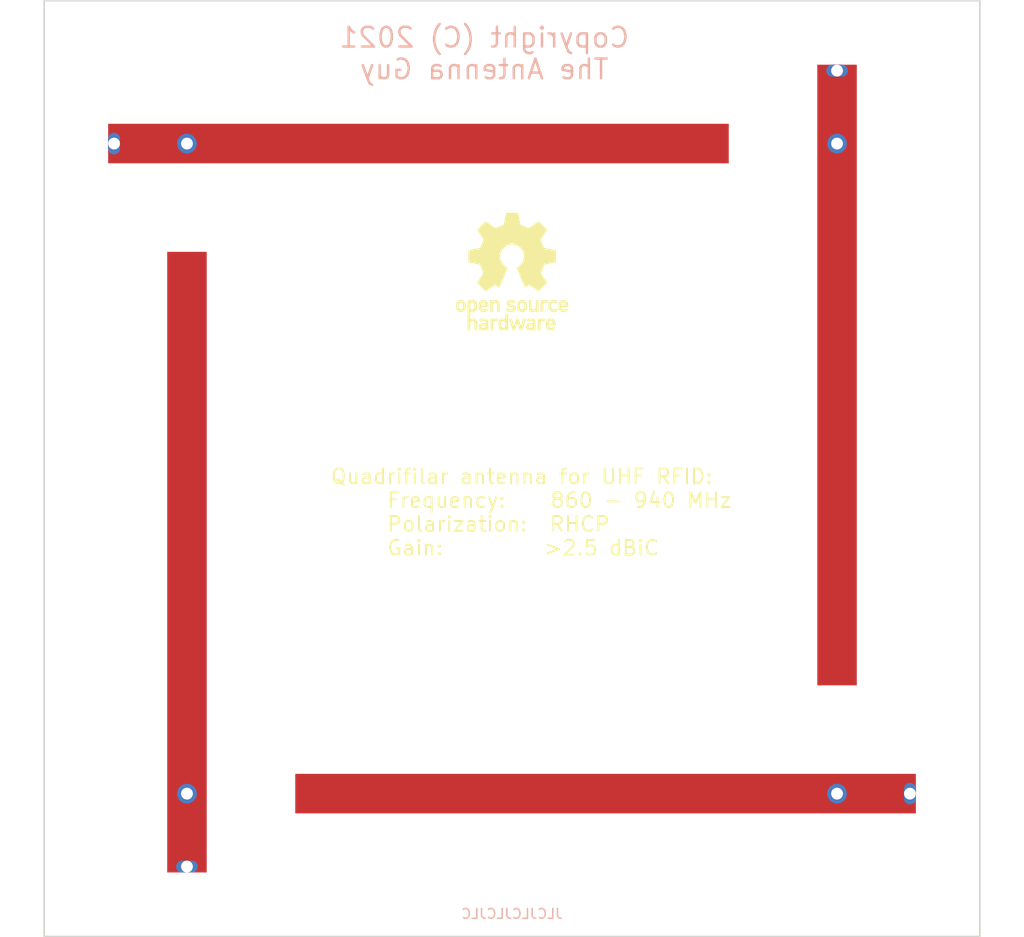
<source format=kicad_pcb>
(kicad_pcb (version 20211014) (generator pcbnew)
  (title_block (title "Quadrifilar antenna for UHF RFID - Part A") (rev "1.0") (company "The Antenna Guy"))
  (layers (0 "F.Cu" signal) (31 "B.Cu" signal) (34 "B.Paste" user) (35 "F.Paste" user) (36 "B.SilkS" user "B.Silkscreen") (37 "F.SilkS" user "F.Silkscreen") (38 "B.Mask" user) (39 "F.Mask" user) (44 "Edge.Cuts" user))
  (net 0 "")
  (net 1 "Net-(AE1-Pad4)")
  (net 2 "Net-(AE1-Pad3)")
  (net 3 "Net-(AE1-Pad2)")
  (net 4 "Net-(AE1-Pad1)")
  (net 5 "Net-(AE1-Pad8)")
  (net 6 "Net-(AE1-Pad7)")
  (net 7 "Net-(AE1-Pad6)")
  (net 8 "Net-(AE1-Pad5)")
  (footprint "Quadrifilar_antenna:radiation_elements" (layer "F.Cu") (at 168.148 92.456)
    (fp_text reference "AE1" hide)
    (fp_text value "quadrifilar_antenna")
    (fp_poly (pts (xy 40.59 34.25) (xy -22.41 34.25) (xy -22.41 30.25) (xy 40.59 30.25)) (layer "F.Cu") (width 0.01) (fill solid))
    (fp_poly (pts (xy -31.41 40.25) (xy -35.41 40.25) (xy -35.41 -22.75) (xy -31.41 -22.75)) (layer "F.Cu") (width 0.01) (fill solid))
    (fp_poly (pts (xy 34.59 21.25) (xy 30.59 21.25) (xy 30.59 -41.75) (xy 34.59 -41.75)) (layer "F.Cu") (width 0.01) (fill solid))
    (fp_poly (pts (xy 21.59 -31.75) (xy -41.41 -31.75) (xy -41.41 -35.75) (xy 21.59 -35.75)) (layer "F.Cu") (width 0.01) (fill solid))
    (pad "1" thru_hole circle locked (at -33.41 -33.75) (size 2 2) (drill 1.2) (layers *.Cu *.Mask) (net 4 "Net-(AE1-Pad1)"))
    (pad "2" thru_hole circle locked (at 32.59 -33.75) (size 2 2) (drill 1.2) (layers *.Cu *.Mask) (net 3 "Net-(AE1-Pad2)"))
    (pad "3" thru_hole circle locked (at 32.59 32.25) (size 2 2) (drill 1.2) (layers *.Cu *.Mask) (net 2 "Net-(AE1-Pad3)"))
    (pad "4" thru_hole circle locked (at -33.41 32.25) (size 2 2) (drill 1.2) (layers *.Cu *.Mask) (net 1 "Net-(AE1-Pad4)"))
    (pad "5" thru_hole oval locked (at -40.81 -33.75) (size 1.2 2.2) (drill 1.2) (layers *.Cu *.Mask) (net 8 "Net-(AE1-Pad5)"))
    (pad "6" thru_hole oval locked (at 32.59 -41.15) (size 2.2 1.2) (drill 1.2) (layers *.Cu *.Mask) (net 7 "Net-(AE1-Pad6)"))
    (pad "7" thru_hole oval locked (at 39.99 32.25) (size 1.2 2.2) (drill 1.2) (layers *.Cu *.Mask) (net 6 "Net-(AE1-Pad7)"))
    (pad "8" thru_hole oval locked (at -33.41 39.65) (size 2.2 1.2) (drill 1.2) (layers *.Cu *.Mask) (net 5 "Net-(AE1-Pad8)"))
  )
  (footprint "Symbol:OSHW-Logo_11.4x12mm_SilkScreen" (layer "F.Cu") (at 167.738 71.706)
    (fp_text reference "REF**" hide)
    (fp_text value "OSHW-Logo_11.4x12mm_SilkScreen" hide)
    (fp_poly (pts (xy -3.780091 2.90956) (xy -3.727588 2.935499) (xy -3.662842 2.9807) (xy -3.615653 3.029991) (xy -3.583335 3.091885) (xy -3.563203 3.174896) (xy -3.55257 3.287538) (xy -3.548753 3.438324) (xy -3.54853 3.503149) (xy -3.549182 3.645221) (xy -3.551888 3.746757) (xy -3.557776 3.817015) (xy -3.567973 3.865256) (xy -3.583606 3.900738) (xy -3.599872 3.924943) (xy -3.703705 4.027929) (xy -3.825979 4.089874) (xy -3.957886 4.108506) (xy -4.090616 4.081549) (xy -4.132667 4.062486) (xy -4.233334 4.010015) (xy -4.233334 4.832259) (xy -4.159865 4.794267) (xy -4.063059 4.764872) (xy -3.944072 4.757342) (xy -3.825255 4.771245) (xy -3.735527 4.802476) (xy -3.661101 4.861954) (xy -3.59751 4.947066) (xy -3.592729 4.955805) (xy -3.572563 4.996966) (xy -3.557835 5.038454) (xy -3.547697 5.088713) (xy -3.541301 5.156184) (xy -3.537799 5.249309) (xy -3.536342 5.376531) (xy -3.536079 5.519701) (xy -3.536079 5.976471) (xy -3.81 5.976471) (xy -3.81 5.134231) (xy -3.886617 5.069763) (xy -3.966207 5.018194) (xy -4.041578 5.008818) (xy -4.117367 5.032947) (xy -4.157759 5.056574) (xy -4.187821 5.090227) (xy -4.209203 5.141087) (xy -4.22355 5.216334) (xy -4.23251 5.323146) (xy -4.23773 5.468704) (xy -4.239569 5.565588) (xy -4.245785 5.96402) (xy -4.37652 5.971547) (xy -4.507255 5.979073) (xy -4.507255 3.506582) (xy -4.233334 3.506582) (xy -4.22635 3.644423) (xy -4.202818 3.740107) (xy -4.158865 3.799641) (xy -4.090618 3.829029) (xy -4.021667 3.834902) (xy -3.943614 3.828154) (xy -3.891811 3.801594) (xy -3.859417 3.766499) (xy -3.833916 3.728752) (xy -3.818735 3.6867) (xy -3.811981 3.627779) (xy -3.811759 3.539428) (xy -3.814032 3.465448) (xy -3.819251 3.354) (xy -3.827021 3.280833) (xy -3.840105 3.234422) (xy -3.861268 3.203244) (xy -3.88124 3.185223) (xy -3.964686 3.145925) (xy -4.063449 3.139579) (xy -4.120159 3.153116) (xy -4.176308 3.201233) (xy -4.213501 3.294833) (xy -4.231528 3.433254) (xy -4.233334 3.506582) (xy -4.507255 3.506582) (xy -4.507255 2.888628) (xy -4.370295 2.888628) (xy -4.288065 2.891879) (xy -4.24564 2.903426) (xy -4.233339 2.925952) (xy -4.233334 2.92662) (xy -4.227626 2.948681) (xy -4.202453 2.946176) (xy -4.152402 2.921935) (xy -4.035781 2.884851) (xy -3.904571 2.880953) (xy -3.780091 2.90956)) (layer "F.SilkS") (width 0.01) (fill solid))
    (fp_poly (pts (xy 3.563637 2.887472) (xy 3.64929 2.913641) (xy 3.704437 2.946707) (xy 3.722401 2.972855) (xy 3.717457 3.003852) (xy 3.685372 3.052547) (xy 3.658243 3.087035) (xy 3.602317 3.149383) (xy 3.560299 3.175615) (xy 3.52448 3.173903) (xy 3.418224 3.146863) (xy 3.340189 3.148091) (xy 3.27682 3.178735) (xy 3.255546 3.19667) (xy 3.187451 3.259779) (xy 3.187451 4.083922) (xy 2.913529 4.083922) (xy 2.913529 2.888628) (xy 3.05049 2.888628) (xy 3.132719 2.891879) (xy 3.175144 2.903426) (xy 3.187445 2.925952) (xy 3.187451 2.92662) (xy 3.19326 2.950215) (xy 3.219531 2.947138) (xy 3.255931 2.930115) (xy 3.331111 2.898439) (xy 3.392158 2.879381) (xy 3.470708 2.874496) (xy 3.563637 2.887472)) (layer "F.SilkS") (width 0.01) (fill solid))
    (fp_poly (pts (xy 0.557528 4.761332) (xy 0.656014 4.768726) (xy 0.784776 5.154706) (xy 0.913537 5.540686) (xy 0.953911 5.403726) (xy 0.978207 5.319083) (xy 1.010167 5.204697) (xy 1.044679 5.078963) (xy 1.062928 5.01152) (xy 1.131571 4.756275) (xy 1.414773 4.756275) (xy 1.330122 5.023971) (xy 1.288435 5.155638) (xy 1.238074 5.314458) (xy 1.185481 5.480128) (xy 1.13853 5.627843) (xy 1.031589 5.96402) (xy 0.800661 5.979044) (xy 0.73805 5.772316) (xy 0.699438 5.643896) (xy 0.6573 5.502322) (xy 0.620472 5.377285) (xy 0.619018 5.372309) (xy 0.591511 5.287586) (xy 0.567242 5.229778) (xy 0.550243 5.207918) (xy 0.54675 5.210446) (xy 0.53449 5.244336) (xy 0.511195 5.31693) (xy 0.4797 5.419101) (xy 0.442842 5.54172) (xy 0.422899 5.609167) (xy 0.314895 5.976471) (xy 0.085679 5.976471) (xy -0.097561 5.3975) (xy -0.149037 5.235091) (xy -0.19593 5.087602) (xy -0.236023 4.96196) (xy -0.267103 4.865095) (xy -0.286955 4.803934) (xy -0.292989 4.786065) (xy -0.288212 4.767768) (xy -0.250703 4.759755) (xy -0.172645 4.760557) (xy -0.160426 4.761163) (xy -0.015674 4.768726) (xy 0.07913 5.117353) (xy 0.113977 5.244497) (xy 0.145117 5.356265) (xy 0.169809 5.442953) (xy 0.185312 5.494856) (xy 0.188176 5.503318) (xy 0.200046 5.493587) (xy 0.223983 5.443172) (xy 0.257239 5.358935) (xy 0.297064 5.247741) (xy 0.33073 5.147297) (xy 0.459041 4.753939) (xy 0.557528 4.761332)) (layer "F.SilkS") (width 0.01) (fill solid))
    (fp_poly (pts (xy 0.746535 -5.366828) (xy 0.859117 -4.769637) (xy 1.274531 -4.59839) (xy 1.689944 -4.427143) (xy 2.188302 -4.766022) (xy 2.327868 -4.860378) (xy 2.454028 -4.944625) (xy 2.560895 -5.014917) (xy 2.642582 -5.067408) (xy 2.693201 -5.098251) (xy 2.706986 -5.104902) (xy 2.73182 -5.087797) (xy 2.784888 -5.040511) (xy 2.86024 -4.969083) (xy 2.951929 -4.879555) (xy 3.054007 -4.777966) (xy 3.160526 -4.670357) (xy 3.265536 -4.562768) (xy 3.363091 -4.46124) (xy 3.447242 -4.371814) (xy 3.51204 -4.300529) (xy 3.551538 -4.253427) (xy 3.56098 -4.237663) (xy 3.547391 -4.208602) (xy 3.509293 -4.144934) (xy 3.450694 -4.052888) (xy 3.375597 -3.938691) (xy 3.288009 -3.808571) (xy 3.237254 -3.734354) (xy 3.144745 -3.598833) (xy 3.06254 -3.476539) (xy 2.99463 -3.37356) (xy 2.945 -3.295982) (xy 2.91764 -3.249894) (xy 2.913529 -3.240208) (xy 2.922849 -3.212681) (xy 2.948254 -3.148527) (xy 2.985911 -3.056765) (xy 3.031986 -2.946416) (xy 3.082646 -2.8265) (xy 3.134059 -2.706036) (xy 3.182389 -2.594046) (xy 3.223806 -2.499548) (xy 3.254474 -2.431563) (xy 3.270562 -2.399112) (xy 3.271511 -2.397835) (xy 3.296772 -2.391638) (xy 3.364046 -2.377815) (xy 3.46636 -2.357723) (xy 3.596741 -2.332721) (xy 3.748216 -2.304169) (xy 3.836594 -2.287704) (xy 3.998452 -2.256886) (xy 4.144649 -2.227561) (xy 4.267787 -2.201334) (xy 4.360469 -2.179809) (xy 4.415301 -2.16459) (xy 4.426323 -2.159762) (xy 4.437119 -2.127081) (xy 4.445829 -2.05327) (xy 4.45246 -1.946963) (xy 4.457018 -1.816788) (xy 4.459509 -1.671379) (xy 4.459938 -1.519365) (xy 4.458311 -1.369378) (xy 4.454635 -1.230049) (xy 4.448915 -1.11001) (xy 4.441158 -1.01789) (xy 4.431368 -0.962323) (xy 4.425496 -0.950755) (xy 4.390399 -0.93689) (xy 4.316028 -0.917067) (xy 4.212223 -0.893616) (xy 4.088819 -0.868864) (xy 4.045741 -0.860857) (xy 3.838047 -0.822814) (xy 3.673984 -0.792176) (xy 3.54813 -0.767726) (xy 3.455065 -0.748246) (xy 3.389367 -0.732519) (xy 3.345617 -0.719327) (xy 3.318392 -0.707451) (xy 3.302272 -0.695675) (xy 3.300017 -0.693347) (xy 3.277503 -0.655855) (xy 3.243158 -0.58289) (xy 3.200411 -0.483388) (xy 3.152692 -0.366282) (xy 3.10343 -0.240507) (xy 3.056055 -0.114998) (xy 3.013995 0.00131) (xy 2.98068 0.099484) (xy 2.959541 0.170588) (xy 2.954005 0.205687) (xy 2.954466 0.206917) (xy 2.973223 0.235606) (xy 3.015776 0.29873) (xy 3.077653 0.389718) (xy 3.154382 0.502) (xy 3.241491 0.629005) (xy 3.266299 0.665098) (xy 3.354753 0.795948) (xy 3.432588 0.915336) (xy 3.495566 1.016407) (xy 3.539445 1.092304) (xy 3.559985 1.136172) (xy 3.56098 1.141562) (xy 3.543722 1.169889) (xy 3.496036 1.226006) (xy 3.42405 1.303882) (xy 3.333897 1.397485) (xy 3.231705 1.500786) (xy 3.123606 1.607751) (xy 3.015728 1.712351) (xy 2.914204 1.808554) (xy 2.825162 1.890329) (xy 2.754733 1.951645) (xy 2.709047 1.986471) (xy 2.696409 1.992157) (xy 2.666991 1.978765) (xy 2.606761 1.942644) (xy 2.52553 1.889881) (xy 2.46303 1.847412) (xy 2.349785 1.769485) (xy 2.215674 1.677729) (xy 2.081155 1.58612) (xy 2.008833 1.537091) (xy 1.764038 1.371515) (xy 1.558551 1.48262) (xy 1.464936 1.531293) (xy 1.38533 1.569126) (xy 1.331467 1.590703) (xy 1.317757 1.593706) (xy 1.30127 1.571538) (xy 1.268745 1.508894) (xy 1.222609 1.411554) (xy 1.16529 1.285294) (xy 1.099216 1.135895) (xy 1.026815 0.969133) (xy 0.950516 0.790787) (xy 0.872746 0.606636) (xy 0.795934 0.422457) (xy 0.722506 0.24403) (xy 0.654892 0.077132) (xy 0.59552 -0.072458) (xy 0.546816 -0.198962) (xy 0.51121 -0.296601) (xy 0.49113 -0.359598) (xy 0.4879 -0.381234) (xy 0.513496 -0.408831) (xy 0.569539 -0.45363) (xy 0.644311 -0.506321) (xy 0.650587 -0.51049) (xy 0.843845 -0.665186) (xy 0.999674 -0.845664) (xy 1.116724 -1.046153) (xy 1.193645 -1.260881) (xy 1.229086 -1.484078) (xy 1.221697 -1.709974) (xy 1.170127 -1.932796) (xy 1.073026 -2.146776) (xy 1.044458 -2.193591) (xy 0.895868 -2.382637) (xy 0.720327 -2.534443) (xy 0.52391 -2.648221) (xy 0.312693 -2.72318) (xy 0.092753 -2.758533) (xy -0.129837 -2.753488) (xy -0.348999 -2.707256) (xy -0.558658 -2.619049) (xy -0.752739 -2.488076) (xy -0.812774 -2.434918) (xy -0.965565 -2.268516) (xy -1.076903 -2.093343) (xy -1.153277 -1.896989) (xy -1.195813 -1.702538) (xy -1.206314 -1.483913) (xy -1.171299 -1.264203) (xy -1.094327 -1.050835) (xy -0.978953 -0.851233) (xy -0.828734 -0.672826) (xy -0.647227 -0.523038) (xy -0.623373 -0.507249) (xy -0.547799 -0.455543) (xy -0.490349 -0.410743) (xy -0.462883 -0.382138) (xy -0.462483 -0.381234) (xy -0.46838 -0.350291) (xy -0.491755 -0.280064) (xy -0.530179 -0.17633) (xy -0.581223 -0.044865) (xy -0.642458 0.108552) (xy -0.711456 0.278146) (xy -0.785786 0.458138) (xy -0.863022 0.642753) (xy -0.940732 0.826213) (xy -1.016489 1.002741) (xy -1.087863 1.166559) (xy -1.152426 1.311892) (xy -1.207748 1.432962) (xy -1.2514 1.523992) (xy -1.280954 1.579205) (xy -1.292856 1.593706) (xy -1.329223 1.582414) (xy -1.39727 1.55213) (xy -1.485263 1.508265) (xy -1.533649 1.48262) (xy -1.739137 1.371515) (xy -1.983932 1.537091) (xy -2.108894 1.621915) (xy -2.245705 1.715261) (xy -2.373911 1.803153) (xy -2.438129 1.847412) (xy -2.528449 1.908063) (xy -2.604929 1.956126) (xy -2.657593 1.985515) (xy -2.674698 1.991727) (xy -2.699595 1.974968) (xy -2.754695 1.928181) (xy -2.834657 1.856225) (xy -2.934139 1.763957) (xy -3.0478 1.656235) (xy -3.119685 1.587071) (xy -3.245449 1.463502) (xy -3.354137 1.352979) (xy -3.441355 1.26023) (xy -3.502711 1.189982) (xy -3.533809 1.146965) (xy -3.536792 1.138235) (xy -3.522947 1.105029) (xy -3.484688 1.037887) (xy -3.426258 0.943608) (xy -3.351903 0.82899) (xy -3.265865 0.700828) (xy -3.241397 0.665098) (xy -3.152245 0.535234) (xy -3.072262 0.418314) (xy -3.00592 0.320907) (xy -2.957689 0.249584) (xy -2.932043 0.210915) (xy -2.929565 0.206917) (xy -2.933271 0.1761) (xy -2.952939 0.108344) (xy -2.98514 0.012584) (xy -3.026445 -0.102246) (xy -3.073425 -0.227211) (xy -3.122651 -0.353376) (xy -3.170692 -0.471807) (xy -3.214119 -0.57357) (xy -3.249504 -0.649729) (xy -3.273416 -0.691351) (xy -3.275116 -0.693347) (xy -3.289738 -0.705242) (xy -3.314435 -0.717005) (xy -3.354628 -0.729854) (xy -3.415737 -0.745006) (xy -3.503183 -0.763679) (xy -3.622388 -0.78709) (xy -3.778773 -0.816458) (xy -3.977757 -0.853) (xy -4.02084 -0.860857) (xy -4.148529 -0.885528) (xy -4.259847 -0.909662) (xy -4.344955 -0.930931) (xy -4.394017 -0.947007) (xy -4.400595 -0.950755) (xy -4.411436 -0.983982) (xy -4.420247 -1.058234) (xy -4.427024 -1.164879) (xy -4.43176 -1.295288) (xy -4.43445 -1.440828) (xy -4.435087 -1.592869) (xy -4.433666 -1.742779) (xy -4.43018 -1.881927) (xy -4.424624 -2.001683) (xy -4.416992 -2.093414) (xy -4.407278 -2.148489) (xy -4.401422 -2.159762) (xy -4.36882 -2.171132) (xy -4.294582 -2.189631) (xy -4.186104 -2.213653) (xy -4.050783 -2.241593) (xy -3.896015 -2.271847) (xy -3.811692 -2.287704) (xy -3.651704 -2.317611) (xy -3.509033 -2.344705) (xy -3.390652 -2.367624) (xy -3.303535 -2.385012) (xy -3.254655 -2.395508) (xy -3.24661 -2.397835) (xy -3.233013 -2.424069) (xy -3.204271 -2.48726) (xy -3.164215 -2.578378) (xy -3.116676 -2.688398) (xy -3.065485 -2.80829) (xy -3.014474 -2.929028) (xy -2.967474 -3.041584) (xy -2.928316 -3.136929) (xy -2.900831 -3.206038) (xy -2.888851 -3.239881) (xy -2.888628 -3.24136) (xy -2.902209 -3.268058) (xy -2.940285 -3.329495) (xy -2.998853 -3.419566) (xy -3.073912 -3.532165) (xy -3.16146 -3.661185) (xy -3.212353 -3.735294) (xy -3.305091 -3.871178) (xy -3.387459 -3.994546) (xy -3.455439 -4.099158) (xy -3.505012 -4.178772) (xy -3.532158 -4.227148) (xy -3.536079 -4.237993) (xy -3.519225 -4.263235) (xy -3.472632 -4.317131) (xy -3.402251 -4.393642) (xy -3.314035 -4.486732) (xy -3.213935 -4.59036) (xy -3.107902 -4.698491) (xy -3.001889 -4.805085) (xy -2.901848 -4.904105) (xy -2.81373 -4.989513) (xy -2.743487 -5.05527) (xy -2.697072 -5.095339) (xy -2.681544 -5.104902) (xy -2.656261 -5.091455) (xy -2.595789 -5.05368) (xy -2.506008 -4.99542) (xy -2.392797 -4.920521) (xy -2.262036 -4.83283) (xy -2.1634 -4.766022) (xy -1.665043 -4.427143) (xy -1.249629 -4.59839) (xy -0.834216 -4.769637) (xy -0.721634 -5.366828) (xy -0.609051 -5.96402) (xy 0.633952 -5.96402) (xy 0.746535 -5.366828)) (layer "F.SilkS") (width 0.01) (fill solid))
    (fp_poly (pts (xy 2.056459 4.763669) (xy 2.16142 4.789163) (xy 2.191761 4.802669) (xy 2.250573 4.838046) (xy 2.295709 4.87789) (xy 2.329106 4.92912) (xy 2.352701 4.998654) (xy 2.368433 5.093409) (xy 2.378239 5.220305) (xy 2.384057 5.386258) (xy 2.386266 5.497108) (xy 2.394396 5.976471) (xy 2.255531 5.976471) (xy 2.171287 5.972938) (xy 2.127884 5.960866) (xy 2.116666 5.940594) (xy 2.110744 5.918674) (xy 2.084266 5.922865) (xy 2.048186 5.940441) (xy 1.957862 5.967382) (xy 1.841777 5.974642) (xy 1.71968 5.962767) (xy 1.611321 5.932305) (xy 1.601602 5.928077) (xy 1.502568 5.858505) (xy 1.437281 5.761789) (xy 1.40724 5.648738) (xy 1.409535 5.608122) (xy 1.654633 5.608122) (xy 1.676229 5.662782) (xy 1.740259 5.701952) (xy 1.843565 5.722974) (xy 1.898774 5.725766) (xy 1.990782 5.71862) (xy 2.051941 5.690848) (xy 2.066862 5.677647) (xy 2.107287 5.605829) (xy 2.116666 5.540686) (xy 2.116666 5.45353) (xy 1.995269 5.45353) (xy 1.854153 5.460722) (xy 1.755173 5.483345) (xy 1.692633 5.522964) (xy 1.678631 5.540628) (xy 1.654633 5.608122) (xy 1.409535 5.608122) (xy 1.413941 5.530157) (xy 1.45888 5.416855) (xy 1.520196 5.340285) (xy 1.557332 5.307181) (xy 1.593687 5.285425) (xy 1.64099 5.272161) (xy 1.710973 5.264528) (xy 1.815364 5.25967) (xy 1.85677 5.258273) (xy 2.116666 5.24978) (xy 2.116285 5.171116) (xy 2.106219 5.088428) (xy 2.069829 5.038431) (xy 1.996311 5.006489) (xy 1.994339 5.00592) (xy 1.890105 4.993361) (xy 1.788108 5.009766) (xy 1.712305 5.049657) (xy 1.68189 5.069354) (xy 1.649132 5.066629) (xy 1.598721 5.038091) (xy 1.569119 5.01795) (xy 1.511218 4.974919) (xy 1.475352 4.942662) (xy 1.469597 4.933427) (xy 1.493295 4.885636) (xy 1.563313 4.828562) (xy 1.593725 4.809305) (xy 1.681155 4.77614) (xy 1.798983 4.75735) (xy 1.929866 4.753129) (xy 2.056459 4.763669)) (layer "F.SilkS") (width 0.01) (fill solid))
    (fp_poly (pts (xy -2.74128 4.765922) (xy -2.62413 4.79718) (xy -2.534949 4.853837) (xy -2.472016 4.928045) (xy -2.452452 4.959716) (xy -2.438008 4.992891) (xy -2.427911 5.035329) (xy -2.421385 5.094788) (xy -2.417658 5.179029) (xy -2.415954 5.29581) (xy -2.4155 5.45289) (xy -2.415491 5.494565) (xy -2.415491 5.976471) (xy -2.53502 5.976471) (xy -2.611261 5.971131) (xy -2.667634 5.957604) (xy -2.681758 5.949262) (xy -2.72037 5.934864) (xy -2.759808 5.949262) (xy -2.824738 5.967237) (xy -2.919055 5.974472) (xy -3.023593 5.971333) (xy -3.119189 5.958186) (xy -3.175 5.941318) (xy -3.283002 5.871986) (xy -3.350497 5.775772) (xy -3.380841 5.647844) (xy -3.381123 5.644559) (xy -3.37846 5.587808) (xy -3.137647 5.587808) (xy -3.116595 5.652358) (xy -3.082303 5.688686) (xy -3.013468 5.716162) (xy -2.92261 5.727129) (xy -2.829958 5.721731) (xy -2.755744 5.70011) (xy -2.734951 5.686239) (xy -2.698619 5.622143) (xy -2.689412 5.549278) (xy -2.689412 5.45353) (xy -2.827173 5.45353) (xy -2.958047 5.463605) (xy -3.057259 5.492148) (xy -3.118977 5.536639) (xy -3.137647 5.587808) (xy -3.37846 5.587808) (xy -3.374564 5.50479) (xy -3.328466 5.394282) (xy -3.2418 5.310712) (xy -3.229821 5.30311) (xy -3.178345 5.278357) (xy -3.114632 5.263368) (xy -3.025565 5.256082) (xy -2.919755 5.254407) (xy -2.689412 5.254314) (xy -2.689412 5.157755) (xy -2.699183 5.082836) (xy -2.724116 5.032644) (xy -2.727035 5.029972) (xy -2.782519 5.008015) (xy -2.866273 4.999505) (xy -2.958833 5.003687) (xy -3.04073 5.019809) (xy -3.089327 5.04399) (xy -3.115659 5.063359) (xy -3.143465 5.067057) (xy -3.181839 5.051188) (xy -3.239875 5.011855) (xy -3.326669 4.945164) (xy -3.334635 4.938916) (xy -3.330553 4.9158) (xy -3.296499 4.877352) (xy -3.24474 4.834627) (xy -3.187545 4.798679) (xy -3.169575 4.790191) (xy -3.104028 4.773252) (xy -3.00798 4.76117) (xy -2.900671 4.756323) (xy -2.895653 4.756313) (xy -2.74128 4.765922)) (layer "F.SilkS") (width 0.01) (fill solid))
    (fp_poly (pts (xy -0.398432 5.976471) (xy -0.535393 5.976471) (xy -0.614889 5.97414) (xy -0.656292 5.964488) (xy -0.671199 5.943525) (xy -0.672353 5.929351) (xy -0.674867 5.900927) (xy -0.69072 5.895475) (xy -0.732379 5.912998) (xy -0.764776 5.929351) (xy -0.889151 5.968103) (xy -1.024354 5.970346) (xy -1.134274 5.941444) (xy -1.236634 5.871619) (xy -1.31466 5.768555) (xy -1.357386 5.646989) (xy -1.358474 5.640192) (xy -1.364822 5.566032) (xy -1.367979 5.45957) (xy -1.367725 5.379052) (xy -1.095711 5.379052) (xy -1.08941 5.48607) (xy -1.075075 5.574278) (xy -1.055669 5.62409) (xy -0.982254 5.692162) (xy -0.895086 5.716564) (xy -0.805196 5.696831) (xy -0.728383 5.637968) (xy -0.699292 5.598379) (xy -0.682283 5.551138) (xy -0.674316 5.482181) (xy -0.672353 5.378607) (xy -0.675866 5.276039) (xy -0.685143 5.185921) (xy -0.698294 5.125613) (xy -0.700486 5.120208) (xy -0.753522 5.05594) (xy -0.830933 5.020656) (xy -0.917546 5.014959) (xy -0.998193 5.039453) (xy -1.057703 5.094742) (xy -1.063876 5.105743) (xy -1.083199 5.172827) (xy -1.093726 5.269284) (xy -1.095711 5.379052) (xy -1.367725 5.379052) (xy -1.367596 5.338225) (xy -1.365806 5.272918) (xy -1.353627 5.111355) (xy -1.328315 4.990053) (xy -1.286207 4.900379) (xy -1.223641 4.833699) (xy -1.1629 4.794557) (xy -1.078036 4.76704) (xy -0.972485 4.757603) (xy -0.864402 4.76529) (xy -0.771942 4.789146) (xy -0.72309 4.817685) (xy -0.672353 4.863601) (xy -0.672353 4.283137) (xy -0.398432 4.283137) (xy -0.398432 5.976471)) (layer "F.SilkS") (width 0.01) (fill solid))
    (fp_poly (pts (xy 1.209547 2.903364) (xy 1.335502 2.971959) (xy 1.434047 3.080245) (xy 1.480478 3.168315) (xy 1.500412 3.246101) (xy 1.513328 3.356993) (xy 1.518863 3.484738) (xy 1.516654 3.613084) (xy 1.506337 3.725779) (xy 1.494286 3.785969) (xy 1.453634 3.868311) (xy 1.38323 3.95577) (xy 1.298382 4.032251) (xy 1.214397 4.081655) (xy 1.212349 4.082439) (xy 1.108134 4.104027) (xy 0.984627 4.104562) (xy 0.867261 4.084908) (xy 0.821942 4.069155) (xy 0.70522 4.002966) (xy 0.621624 3.916246) (xy 0.566701 3.801438) (xy 0.535995 3.650982) (xy 0.529047 3.572173) (xy 0.529933 3.473145) (xy 0.796862 3.473145) (xy 0.805854 3.617645) (xy 0.831736 3.72776) (xy 0.872868 3.798116) (xy 0.902172 3.818235) (xy 0.977251 3.832265) (xy 1.066494 3.828111) (xy 1.14365 3.807922) (xy 1.163883 3.796815) (xy 1.217265 3.732123) (xy 1.2525 3.633119) (xy 1.267498 3.512632) (xy 1.260172 3.383494) (xy 1.243799 3.305775) (xy 1.19679 3.215771) (xy 1.122582 3.159509) (xy 1.033209 3.140057) (xy 0.940707 3.160481) (xy 0.869653 3.210437) (xy 0.832312 3.251655) (xy 0.810518 3.292281) (xy 0.80013 3.347264) (xy 0.797006 3.431549) (xy 0.796862 3.473145) (xy 0.529933 3.473145) (xy 0.53093 3.361874) (xy 0.56518 3.189423) (xy 0.631802 3.054814) (xy 0.730799 2.95804) (xy 0.862175 2.899094) (xy 0.890385 2.892259) (xy 1.059926 2.876213) (xy 1.209547 2.903364)) (layer "F.SilkS") (width 0.01) (fill solid))
    (fp_poly (pts (xy -5.026753 2.901568) (xy -4.896478 2.959163) (xy -4.797581 3.055334) (xy -4.729918 3.190229) (xy -4.693345 3.363996) (xy -4.690724 3.391126) (xy -4.68867 3.582408) (xy -4.715301 3.750073) (xy -4.768999 3.885967) (xy -4.797753 3.929681) (xy -4.897909 4.022198) (xy -5.025463 4.082119) (xy -5.168163 4.106985) (xy -5.31376 4.094339) (xy -5.424438 4.055391) (xy -5.519616 3.989755) (xy -5.597406 3.903699) (xy -5.598751 3.901685) (xy -5.630343 3.84857) (xy -5.650873 3.79516) (xy -5.663305 3.727754) (xy -5.670603 3.632653) (xy -5.673818 3.554666) (xy -5.675156 3.483944) (xy -5.426186 3.483944) (xy -5.423753 3.554348) (xy -5.41492 3.648068) (xy -5.399336 3.708214) (xy -5.371234 3.751006) (xy -5.344914 3.776002) (xy -5.251608 3.828338) (xy -5.15398 3.835333) (xy -5.063058 3.797676) (xy -5.017598 3.755479) (xy -4.984838 3.712956) (xy -4.965677 3.672267) (xy -4.957267 3.619314) (xy -4.956763 3.539997) (xy -4.959355 3.46695) (xy -4.964929 3.362601) (xy -4.973766 3.29492) (xy -4.989693 3.250774) (xy -5.016538 3.217031) (xy -5.037811 3.197746) (xy -5.126794 3.147086) (xy -5.222789 3.14456) (xy -5.303281 3.174567) (xy -5.371947 3.237231) (xy -5.412856 3.340168) (xy -5.426186 3.483944) (xy -5.675156 3.483944) (xy -5.676754 3.399582) (xy -5.67174 3.2836) (xy -5.656717 3.196367) (xy -5.629624 3.12753) (xy -5.5884 3.066737) (xy -5.573115 3.048686) (xy -5.477546 2.958746) (xy -5.375039 2.906211) (xy -5.249679 2.884201) (xy -5.18855 2.882402) (xy -5.026753 2.901568)) (layer "F.SilkS") (width 0.01) (fill solid))
    (fp_poly (pts (xy 4.390976 2.899056) (xy 4.535256 2.960348) (xy 4.580699 2.990185) (xy 4.638779 3.036036) (xy 4.675238 3.072089) (xy 4.681568 3.083832) (xy 4.663693 3.109889) (xy 4.61795 3.154105) (xy 4.581328 3.184965) (xy 4.481088 3.26552) (xy 4.401935 3.198918) (xy 4.340769 3.155921) (xy 4.281129 3.141079) (xy 4.212872 3.144704) (xy 4.104482 3.171652) (xy 4.029872 3.227587) (xy 3.98453 3.318014) (xy 3.963947 3.448435) (xy 3.963942 3.448517) (xy 3.965722 3.59429) (xy 3.993387 3.701245) (xy 4.048571 3.774064) (xy 4.086192 3.798723) (xy 4.186105 3.829431) (xy 4.292822 3.829449) (xy 4.385669 3.799655) (xy 4.407647 3.785098) (xy 4.462765 3.747914) (xy 4.505859 3.74182) (xy 4.552335 3.769496) (xy 4.603716 3.819205) (xy 4.685046 3.903116) (xy 4.594749 3.977546) (xy 4.455236 4.061549) (xy 4.297912 4.102947) (xy 4.133503 4.09995) (xy 4.025531 4.0725) (xy 3.899331 4.00462) (xy 3.798401 3.897831) (xy 3.752548 3.822451) (xy 3.71541 3.714297) (xy 3.696827 3.577318) (xy 3.696684 3.428864) (xy 3.714865 3.286281) (xy 3.751255 3.166918) (xy 3.756987 3.15468) (xy 3.841865 3.034655) (xy 3.956782 2.947267) (xy 4.092659 2.894329) (xy 4.240417 2.877654) (xy 4.390976 2.899056)) (layer "F.SilkS") (width 0.01) (fill solid))
    (fp_poly (pts (xy 1.967254 3.276245) (xy 1.969608 3.458879) (xy 1.978207 3.5976) (xy 1.99536 3.698147) (xy 2.023374 3.766254) (xy 2.064557 3.807659) (xy 2.121217 3.828097) (xy 2.191372 3.833318) (xy 2.264848 3.827468) (xy 2.320657 3.806093) (xy 2.361109 3.763458) (xy 2.388509 3.693825) (xy 2.405167 3.59146) (xy 2.413389 3.450624) (xy 2.41549 3.276245) (xy 2.41549 2.888628) (xy 2.689411 2.888628) (xy 2.689411 4.083922) (xy 2.552451 4.083922) (xy 2.469884 4.080576) (xy 2.427368 4.068826) (xy 2.41549 4.04652) (xy 2.408336 4.026654) (xy 2.379865 4.030857) (xy 2.322476 4.058971) (xy 2.190945 4.102342) (xy 2.051438 4.09927) (xy 1.917765 4.052174) (xy 1.854108 4.014971) (xy 1.805553 3.974691) (xy 1.770081 3.924291) (xy 1.745674 3.856729) (xy 1.730313 3.764965) (xy 1.721982 3.641955) (xy 1.718662 3.480659) (xy 1.718235 3.355928) (xy 1.718235 2.888628) (xy 1.967254 2.888628) (xy 1.967254 3.276245)) (layer "F.SilkS") (width 0.01) (fill solid))
    (fp_poly (pts (xy -1.967236 4.758921) (xy -1.92997 4.770091) (xy -1.917957 4.794633) (xy -1.917451 4.805712) (xy -1.915296 4.836572) (xy -1.900449 4.841417) (xy -1.860343 4.82026) (xy -1.83652 4.805806) (xy -1.761362 4.77485) (xy -1.671594 4.759544) (xy -1.577471 4.758367) (xy -1.489246 4.769799) (xy -1.417174 4.79232) (xy -1.371508 4.824409) (xy -1.362502 4.864545) (xy -1.367047 4.875415) (xy -1.400179 4.920534) (xy -1.451555 4.976026) (xy -1.460848 4.984996) (xy -1.509818 5.026245) (xy -1.552069 5.039572) (xy -1.611159 5.030271) (xy -1.634831 5.02409) (xy -1.708496 5.009246) (xy -1.76029 5.015921) (xy -1.804031 5.039465) (xy -1.844098 5.071061) (xy -1.873608 5.110798) (xy -1.894116 5.166252) (xy -1.907176 5.245003) (xy -1.914344 5.354629) (xy -1.917176 5.502706) (xy -1.917451 5.592111) (xy -1.917451 5.976471) (xy -2.166471 5.976471) (xy -2.166471 4.756275) (xy -2.041961 4.756275) (xy -1.967236 4.758921)) (layer "F.SilkS") (width 0.01) (fill solid))
    (fp_poly (pts (xy 3.238446 4.755883) (xy 3.334177 4.774755) (xy 3.388677 4.802699) (xy 3.446008 4.849123) (xy 3.364441 4.952111) (xy 3.31415 5.014479) (xy 3.280001 5.044907) (xy 3.246063 5.049555) (xy 3.196406 5.034586) (xy 3.173096 5.026117) (xy 3.078063 5.013622) (xy 2.991032 5.040406) (xy 2.927138 5.100915) (xy 2.916759 5.120208) (xy 2.905456 5.171314) (xy 2.896732 5.2655) (xy 2.890997 5.396089) (xy 2.88866 5.556405) (xy 2.888627 5.579211) (xy 2.888627 5.976471) (xy 2.614705 5.976471) (xy 2.614705 4.756275) (xy 2.751666 4.756275) (xy 2.830638 4.758337) (xy 2.871779 4.767513) (xy 2.886992 4.78829) (xy 2.888627 4.807886) (xy 2.888627 4.859497) (xy 2.95424 4.807886) (xy 3.029475 4.772675) (xy 3.130544 4.755265) (xy 3.238446 4.755883)) (layer "F.SilkS") (width 0.01) (fill solid))
    (fp_poly (pts (xy 5.303287 2.884355) (xy 5.367051 2.899845) (xy 5.4893 2.956569) (xy 5.593834 3.043202) (xy 5.66618 3.147074) (xy 5.676119 3.170396) (xy 5.689754 3.231484) (xy 5.699298 3.321853) (xy 5.702549 3.41319) (xy 5.702549 3.585882) (xy 5.34147 3.585882) (xy 5.192546 3.586445) (xy 5.087632 3.589864) (xy 5.020937 3.598731) (xy 4.986666 3.615641) (xy 4.979028 3.643189) (xy 4.992229 3.683968) (xy 5.015877 3.731683) (xy 5.081843 3.811314) (xy 5.173512 3.850987) (xy 5.285555 3.849695) (xy 5.412472 3.806514) (xy 5.522158 3.753224) (xy 5.613173 3.825191) (xy 5.704188 3.897157) (xy 5.618563 3.976269) (xy 5.50425 4.051017) (xy 5.363666 4.096084) (xy 5.212449 4.108696) (xy 5.066236 4.086079) (xy 5.042647 4.078405) (xy 4.914141 4.011296) (xy 4.818551 3.911247) (xy 4.753861 3.775271) (xy 4.718057 3.60038) (xy 4.71764 3.596632) (xy 4.714434 3.406032) (xy 4.727393 3.338035) (xy 4.980392 3.338035) (xy 5.003627 3.348491) (xy 5.06671 3.3565) (xy 5.159706 3.361073) (xy 5.218638 3.361765) (xy 5.328537 3.361332) (xy 5.397252 3.358578) (xy 5.433405 3.351321) (xy 5.445615 3.337376) (xy 5.442504 3.314562) (xy 5.439894 3.305735) (xy 5.395344 3.2228) (xy 5.325279 3.15596) (xy 5.263446 3.126589) (xy 5.181301 3.128362) (xy 5.098062 3.16499) (xy 5.028238 3.225634) (xy 4.986337 3.299456) (xy 4.980392 3.338035) (xy 4.727393 3.338035) (xy 4.746385 3.238395) (xy 4.809773 3.097711) (xy 4.900878 2.987974) (xy 5.015978 2.913174) (xy 5.151355 2.877304) (xy 5.303287 2.884355)) (layer "F.SilkS") (width 0.01) (fill solid))
    (fp_poly (pts (xy 0.027759 2.884345) (xy 0.122059 2.902229) (xy 0.21989 2.939633) (xy 0.230343 2.944402) (xy 0.304531 2.983412) (xy 0.35591 3.019664) (xy 0.372517 3.042887) (xy 0.356702 3.080761) (xy 0.318288 3.136644) (xy 0.301237 3.157505) (xy 0.230969 3.239618) (xy 0.140379 3.186168) (xy 0.054164 3.150561) (xy -0.045451 3.131529) (xy -0.140981 3.130326) (xy -0.214939 3.14821) (xy -0.232688 3.159373) (xy -0.266488 3.210553) (xy -0.270596 3.269509) (xy -0.245304 3.315567) (xy -0.230344 3.324499) (xy -0.185514 3.335592) (xy -0.106714 3.34863) (xy -0.009574 3.361088) (xy 0.008346 3.363042) (xy 0.164365 3.39003) (xy 0.277523 3.435873) (xy 0.352569 3.504803) (xy 0.394253 3.601054) (xy 0.407238 3.718617) (xy 0.389299 3.852254) (xy 0.33105 3.957195) (xy 0.232255 4.03363) (xy 0.092682 4.081748) (xy -0.062255 4.100732) (xy -0.188602 4.100504) (xy -0.291087 4.083262) (xy -0.361079 4.059457) (xy -0.449517 4.017978) (xy -0.531246 3.969842) (xy -0.560295 3.948655) (xy -0.635 3.887676) (xy -0.544902 3.796508) (xy -0.454804 3.705339) (xy -0.352368 3.773128) (xy -0.249626 3.824042) (xy -0.139913 3.850673) (xy -0.034449 3.853483) (xy 0.055546 3.832935) (xy 0.118854 3.789493) (xy 0.139296 3.752838) (xy 0.136229 3.694053) (xy 0.085434 3.649099) (xy -0.012952 3.618057) (xy -0.120744 3.60371) (xy -0.286635 3.576337) (xy -0.409876 3.524693) (xy -0.492114 3.447266) (xy -0.534999 3.342544) (xy -0.54094 3.218387) (xy -0.511594 3.088702) (xy -0.444691 2.990677) (xy -0.339629 2.923866) (xy -0.19581 2.88782) (xy -0.089262 2.880754) (xy 0.027759 2.884345)) (layer "F.SilkS") (width 0.01) (fill solid))
    (fp_poly (pts (xy 4.025307 4.762784) (xy 4.144337 4.793731) (xy 4.244021 4.8576) (xy 4.292288 4.905313) (xy 4.371408 5.018106) (xy 4.416752 5.14895) (xy 4.43233 5.309792) (xy 4.43241 5.322794) (xy 4.432549 5.45353) (xy 3.680091 5.45353) (xy 3.69613 5.52201) (xy 3.725091 5.584031) (xy 3.775778 5.648654) (xy 3.786379 5.658971) (xy 3.877494 5.714805) (xy 3.9814 5.724275) (xy 4.101 5.68754) (xy 4.121274 5.677647) (xy 4.183456 5.647574) (xy 4.225106 5.63044) (xy 4.232373 5.628855) (xy 4.25774 5.644242) (xy 4.30612 5.681887) (xy 4.330679 5.702459) (xy 4.38157 5.749714) (xy 4.398281 5.780917) (xy 4.386683 5.80962) (xy 4.380483 5.817468) (xy 4.338493 5.851819) (xy 4.269206 5.893565) (xy 4.220882 5.917935) (xy 4.083711 5.960873) (xy 3.931847 5.974786) (xy 3.788024 5.9583) (xy 3.747745 5.946496) (xy 3.623078 5.879689) (xy 3.530671 5.776892) (xy 3.46999 5.637105) (xy 3.440498 5.45933) (xy 3.43726 5.366373) (xy 3.446714 5.231033) (xy 3.68549 5.231033) (xy 3.708584 5.241038) (xy 3.770662 5.248888) (xy 3.860914 5.253521) (xy 3.922058 5.254314) (xy 4.03204 5.253549) (xy 4.101457 5.24997) (xy 4.139538 5.241649) (xy 4.155515 5.226657) (xy 4.158627 5.204903) (xy 4.137278 5.137892) (xy 4.083529 5.071664) (xy 4.012822 5.020832) (xy 3.942089 5.000038) (xy 3.846016 5.018484) (xy 3.762849 5.071811) (xy 3.705186 5.148677) (xy 3.68549 5.231033) (xy 3.446714 5.231033) (xy 3.451028 5.169291) (xy 3.49352 5.012271) (xy 3.565635 4.894069) (xy 3.668273 4.81344) (xy 3.802332 4.769139) (xy 3.874957 4.760607) (xy 4.025307 4.762784)) (layer "F.SilkS") (width 0.01) (fill solid))
    (fp_poly (pts (xy -2.686796 2.916354) (xy -2.661981 2.928037) (xy -2.576094 2.990951) (xy -2.494879 3.082769) (xy -2.434236 3.183868) (xy -2.416988 3.230349) (xy -2.401251 3.313376) (xy -2.391867 3.413713) (xy -2.390728 3.455147) (xy -2.390589 3.585882) (xy -3.143047 3.585882) (xy -3.127007 3.654363) (xy -3.087637 3.735355) (xy -3.018806 3.805351) (xy -2.936919 3.850441) (xy -2.884737 3.859804) (xy -2.813971 3.848441) (xy -2.72954 3.819943) (xy -2.700858 3.806831) (xy -2.594791 3.753858) (xy -2.504272 3.822901) (xy -2.452039 3.869597) (xy -2.424247 3.90814) (xy -2.42284 3.919452) (xy -2.447668 3.946868) (xy -2.502083 3.988532) (xy -2.551472 4.021037) (xy -2.684748 4.079468) (xy -2.834161 4.105915) (xy -2.982249 4.099039) (xy -3.100295 4.063096) (xy -3.221982 3.986101) (xy -3.30846 3.884728) (xy -3.362559 3.75357) (xy -3.387109 3.587224) (xy -3.389286 3.511108) (xy -3.380573 3.336685) (xy -3.379503 3.331611) (xy -3.130173 3.331611) (xy -3.123306 3.347968) (xy -3.095083 3.356988) (xy -3.036873 3.360854) (xy -2.940042 3.361749) (xy -2.902757 3.361765) (xy -2.789317 3.360413) (xy -2.717378 3.355505) (xy -2.678687 3.34576) (xy -2.664995 3.329899) (xy -2.66451 3.324805) (xy -2.680137 3.284326) (xy -2.719247 3.227621) (xy -2.736061 3.207766) (xy -2.798481 3.151611) (xy -2.863547 3.129532) (xy -2.898603 3.127686) (xy -2.993442 3.150766) (xy -3.072973 3.212759) (xy -3.123423 3.302802) (xy -3.124317 3.305735) (xy -3.130173 3.331611) (xy -3.379503 3.331611) (xy -3.351601 3.199343) (xy -3.29941 3.089461) (xy -3.235579 3.011461) (xy -3.117567 2.926882) (xy -2.978842 2.881686) (xy -2.83129 2.8776) (xy -2.686796 2.916354)) (layer "F.SilkS") (width 0.01) (fill solid))
    (fp_poly (pts (xy -1.49324 2.909199) (xy -1.431264 2.938802) (xy -1.371241 2.981561) (xy -1.325514 3.030775) (xy -1.292207 3.093544) (xy -1.269445 3.176971) (xy -1.255353 3.288159) (xy -1.248058 3.434209) (xy -1.245682 3.622223) (xy -1.245645 3.641912) (xy -1.245098 4.083922) (xy -1.51902 4.083922) (xy -1.51902 3.676435) (xy -1.519215 3.525471) (xy -1.520564 3.416056) (xy -1.524212 3.339933) (xy -1.531304 3.288848) (xy -1.542987 3.254545) (xy -1.560406 3.228768) (xy -1.584671 3.203298) (xy -1.669565 3.148571) (xy -1.762239 3.138416) (xy -1.850527 3.173017) (xy -1.88123 3.19877) (xy -1.903771 3.222982) (xy -1.919954 3.248912) (xy -1.930832 3.284708) (xy -1.937458 3.338519) (xy -1.940885 3.418493) (xy -1.942166 3.532779) (xy -1.942353 3.671907) (xy -1.942353 4.083922) (xy -2.216275 4.083922) (xy -2.216275 2.888628) (xy -2.079314 2.888628) (xy -1.997084 2.891879) (xy -1.95466 2.903426) (xy -1.942359 2.925952) (xy -1.942353 2.92662) (xy -1.936646 2.948681) (xy -1.911473 2.946177) (xy -1.861422 2.921937) (xy -1.747906 2.886271) (xy -1.618055 2.882305) (xy -1.49324 2.909199)) (layer "F.SilkS") (width 0.01) (fill solid))
  )
  (footprint "MountingHole:MountingHole_3.2mm_M3" (layer "F.Cu") (at 125.238 134.206)
    (fp_text reference " " (at 0 -4.2) (layer "F.SilkS"))
    (fp_text value "MountingHole_3.2mm_M3")
    (pad "" np_thru_hole circle locked (at 0 0) (size 3.2 3.2) (drill 3.2) (layers *.Cu *.Mask))
  )
  (footprint "MountingHole:MountingHole_3.2mm_M3" (layer "F.Cu") (at 125.238 49.206)
    (fp_text reference " " (at 0 -4.2) (layer "F.SilkS"))
    (fp_text value "MountingHole_3.2mm_M3")
    (pad "" np_thru_hole circle locked (at 0 0) (size 3.2 3.2) (drill 3.2) (layers *.Cu *.Mask))
  )
  (footprint "MountingHole:MountingHole_3.2mm_M3" (layer "F.Cu") (at 210.238 49.206)
    (fp_text reference " " (at 0 -4.2) (layer "F.SilkS"))
    (fp_text value "MountingHole_3.2mm_M3")
    (pad "" np_thru_hole circle locked (at 0 0) (size 3.2 3.2) (drill 3.2) (layers *.Cu *.Mask))
  )
  (footprint "MountingHole:MountingHole_3.2mm_M3" (layer "F.Cu") (at 210.238 134.206)
    (fp_text reference " " (at 0 -4.2) (layer "F.SilkS"))
    (fp_text value "MountingHole_3.2mm_M3")
    (pad "" np_thru_hole circle locked (at 0 0) (size 3.2 3.2) (drill 3.2) (layers *.Cu *.Mask))
  )
  (footprint "MountingHole:MountingHole_3.2mm_M3" (layer "F.Cu") (at 153.238 76.206)
    (fp_text reference " " (at 0 -4.2) (layer "F.SilkS"))
    (fp_text value "MountingHole_3.2mm_M3")
    (pad "" np_thru_hole circle locked (at 0 0) (size 3.2 3.2) (drill 3.2) (layers *.Cu *.Mask))
  )
  (footprint "MountingHole:MountingHole_3.2mm_M3" (layer "F.Cu") (at 182.238 107.206)
    (fp_text reference " " (at 0 -4.2) (layer "F.SilkS"))
    (fp_text value "MountingHole_3.2mm_M3")
    (pad "" np_thru_hole circle locked (at 0 0) (size 3.2 3.2) (drill 3.2) (layers *.Cu *.Mask))
  )
  (footprint "Quadrifilar_antenna:partB" (layer "F.Cu") (at 197.1802 135.255)
    (fp_text reference "N1")
    (fp_text value "FeedNetwork (Part B)")
  )
  (footprint "Quadrifilar_antenna:partC" (layer "F.Cu") (at 198.6802 135.255)
    (fp_text reference "N2")
    (fp_text value "Balun (Part C)")
  )
  (gr_line (start 120.238 139.206) (end 120.238 44.206) (layer "Edge.Cuts") (width 0.15))
  (gr_line (start 215.238 44.206) (end 215.238 139.206) (layer "Edge.Cuts") (width 0.15))
  (gr_line (start 120.238 44.206) (end 215.238 44.206) (layer "Edge.Cuts") (width 0.15))
  (gr_line (start 215.238 139.206) (end 120.238 139.206) (layer "Edge.Cuts") (width 0.15))
  (gr_text "JLCJLCJLCJLC" (at 167.738 136.906) (layer "B.SilkS") (effects (font (size 1 1)) (justify mirror)))
  (gr_text "Copyright (C) 2021\nThe Antenna Guy" (at 164.92 49.55) (layer "B.SilkS") (effects (font (size 2 2) (thickness 0.25)) (justify mirror)))
  (gr_text "Quadrifilar antenna for UHF RFID:\n     Frequency:    860 - 940 MHz\n     Polarization:  RHCP\n     Gain:         >2.5 dBiC\n\n" (at 149.23 97.34) (layer "F.SilkS") (effects (font (size 1.5 1.5) (thickness 0.2)) (justify left)))
)
</source>
